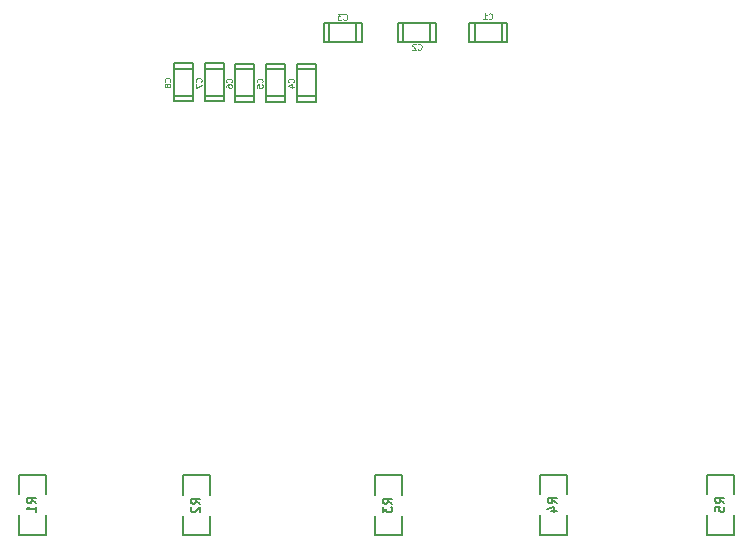
<source format=gbo>
G04 (created by PCBNEW (2013-07-07 BZR 4022)-stable) date 03/03/2017 9:59:17 AM*
%MOIN*%
G04 Gerber Fmt 3.4, Leading zero omitted, Abs format*
%FSLAX34Y34*%
G01*
G70*
G90*
G04 APERTURE LIST*
%ADD10C,0.00590551*%
%ADD11C,0.005*%
%ADD12C,0.0047*%
G04 APERTURE END LIST*
G54D10*
G54D11*
X89353Y-59984D02*
X90253Y-59984D01*
X90253Y-59984D02*
X90253Y-60634D01*
X89353Y-61334D02*
X89353Y-61984D01*
X89353Y-61984D02*
X90253Y-61984D01*
X90253Y-61984D02*
X90253Y-61334D01*
X89353Y-60634D02*
X89353Y-59984D01*
X83762Y-59984D02*
X84662Y-59984D01*
X84662Y-59984D02*
X84662Y-60634D01*
X83762Y-61334D02*
X83762Y-61984D01*
X83762Y-61984D02*
X84662Y-61984D01*
X84662Y-61984D02*
X84662Y-61334D01*
X83762Y-60634D02*
X83762Y-59984D01*
X78270Y-60003D02*
X79170Y-60003D01*
X79170Y-60003D02*
X79170Y-60653D01*
X78270Y-61353D02*
X78270Y-62003D01*
X78270Y-62003D02*
X79170Y-62003D01*
X79170Y-62003D02*
X79170Y-61353D01*
X78270Y-60653D02*
X78270Y-60003D01*
X71872Y-60003D02*
X72772Y-60003D01*
X72772Y-60003D02*
X72772Y-60653D01*
X71872Y-61353D02*
X71872Y-62003D01*
X71872Y-62003D02*
X72772Y-62003D01*
X72772Y-62003D02*
X72772Y-61353D01*
X71872Y-60653D02*
X71872Y-60003D01*
X66400Y-59984D02*
X67300Y-59984D01*
X67300Y-59984D02*
X67300Y-60634D01*
X66400Y-61334D02*
X66400Y-61984D01*
X66400Y-61984D02*
X67300Y-61984D01*
X67300Y-61984D02*
X67300Y-61334D01*
X66400Y-60634D02*
X66400Y-59984D01*
X81597Y-45556D02*
X81597Y-44916D01*
X82497Y-44916D02*
X82497Y-45556D01*
X82677Y-44916D02*
X82677Y-45556D01*
X82677Y-45556D02*
X81417Y-45556D01*
X81417Y-45556D02*
X81417Y-44916D01*
X81417Y-44916D02*
X82677Y-44916D01*
X80115Y-44916D02*
X80115Y-45556D01*
X79215Y-45556D02*
X79215Y-44916D01*
X79035Y-45556D02*
X79035Y-44916D01*
X79035Y-44916D02*
X80295Y-44916D01*
X80295Y-44916D02*
X80295Y-45556D01*
X80295Y-45556D02*
X79035Y-45556D01*
X76754Y-45575D02*
X76754Y-44935D01*
X77654Y-44935D02*
X77654Y-45575D01*
X77834Y-44935D02*
X77834Y-45575D01*
X77834Y-45575D02*
X76574Y-45575D01*
X76574Y-45575D02*
X76574Y-44935D01*
X76574Y-44935D02*
X77834Y-44935D01*
X76323Y-47379D02*
X75683Y-47379D01*
X75683Y-46479D02*
X76323Y-46479D01*
X75683Y-46299D02*
X76323Y-46299D01*
X76323Y-46299D02*
X76323Y-47559D01*
X76323Y-47559D02*
X75683Y-47559D01*
X75683Y-47559D02*
X75683Y-46299D01*
X75280Y-47379D02*
X74640Y-47379D01*
X74640Y-46479D02*
X75280Y-46479D01*
X74640Y-46299D02*
X75280Y-46299D01*
X75280Y-46299D02*
X75280Y-47559D01*
X75280Y-47559D02*
X74640Y-47559D01*
X74640Y-47559D02*
X74640Y-46299D01*
X74257Y-47379D02*
X73617Y-47379D01*
X73617Y-46479D02*
X74257Y-46479D01*
X73617Y-46299D02*
X74257Y-46299D01*
X74257Y-46299D02*
X74257Y-47559D01*
X74257Y-47559D02*
X73617Y-47559D01*
X73617Y-47559D02*
X73617Y-46299D01*
X73253Y-47359D02*
X72613Y-47359D01*
X72613Y-46459D02*
X73253Y-46459D01*
X72613Y-46279D02*
X73253Y-46279D01*
X73253Y-46279D02*
X73253Y-47539D01*
X73253Y-47539D02*
X72613Y-47539D01*
X72613Y-47539D02*
X72613Y-46279D01*
X72209Y-47359D02*
X71569Y-47359D01*
X71569Y-46459D02*
X72209Y-46459D01*
X71569Y-46279D02*
X72209Y-46279D01*
X72209Y-46279D02*
X72209Y-47539D01*
X72209Y-47539D02*
X71569Y-47539D01*
X71569Y-47539D02*
X71569Y-46279D01*
X89924Y-60934D02*
X89781Y-60834D01*
X89924Y-60762D02*
X89624Y-60762D01*
X89624Y-60877D01*
X89638Y-60905D01*
X89653Y-60919D01*
X89681Y-60934D01*
X89724Y-60934D01*
X89753Y-60919D01*
X89767Y-60905D01*
X89781Y-60877D01*
X89781Y-60762D01*
X89624Y-61205D02*
X89624Y-61062D01*
X89767Y-61048D01*
X89753Y-61062D01*
X89738Y-61091D01*
X89738Y-61162D01*
X89753Y-61191D01*
X89767Y-61205D01*
X89796Y-61219D01*
X89867Y-61219D01*
X89896Y-61205D01*
X89910Y-61191D01*
X89924Y-61162D01*
X89924Y-61091D01*
X89910Y-61062D01*
X89896Y-61048D01*
X84334Y-60934D02*
X84191Y-60834D01*
X84334Y-60762D02*
X84034Y-60762D01*
X84034Y-60877D01*
X84048Y-60905D01*
X84062Y-60919D01*
X84091Y-60934D01*
X84134Y-60934D01*
X84162Y-60919D01*
X84176Y-60905D01*
X84191Y-60877D01*
X84191Y-60762D01*
X84134Y-61191D02*
X84334Y-61191D01*
X84019Y-61119D02*
X84234Y-61048D01*
X84234Y-61234D01*
X78841Y-60953D02*
X78699Y-60853D01*
X78841Y-60782D02*
X78541Y-60782D01*
X78541Y-60896D01*
X78556Y-60925D01*
X78570Y-60939D01*
X78599Y-60953D01*
X78641Y-60953D01*
X78670Y-60939D01*
X78684Y-60925D01*
X78699Y-60896D01*
X78699Y-60782D01*
X78541Y-61053D02*
X78541Y-61239D01*
X78656Y-61139D01*
X78656Y-61182D01*
X78670Y-61211D01*
X78684Y-61225D01*
X78713Y-61239D01*
X78784Y-61239D01*
X78813Y-61225D01*
X78827Y-61211D01*
X78841Y-61182D01*
X78841Y-61096D01*
X78827Y-61068D01*
X78813Y-61053D01*
X72444Y-60953D02*
X72301Y-60853D01*
X72444Y-60782D02*
X72144Y-60782D01*
X72144Y-60896D01*
X72158Y-60925D01*
X72172Y-60939D01*
X72201Y-60953D01*
X72244Y-60953D01*
X72272Y-60939D01*
X72287Y-60925D01*
X72301Y-60896D01*
X72301Y-60782D01*
X72172Y-61068D02*
X72158Y-61082D01*
X72144Y-61111D01*
X72144Y-61182D01*
X72158Y-61211D01*
X72172Y-61225D01*
X72201Y-61239D01*
X72229Y-61239D01*
X72272Y-61225D01*
X72444Y-61053D01*
X72444Y-61239D01*
X66971Y-60934D02*
X66828Y-60834D01*
X66971Y-60762D02*
X66671Y-60762D01*
X66671Y-60877D01*
X66686Y-60905D01*
X66700Y-60919D01*
X66728Y-60934D01*
X66771Y-60934D01*
X66800Y-60919D01*
X66814Y-60905D01*
X66828Y-60877D01*
X66828Y-60762D01*
X66971Y-61219D02*
X66971Y-61048D01*
X66971Y-61134D02*
X66671Y-61134D01*
X66714Y-61105D01*
X66743Y-61077D01*
X66757Y-61048D01*
G54D12*
X82070Y-44787D02*
X82079Y-44796D01*
X82107Y-44805D01*
X82126Y-44805D01*
X82154Y-44796D01*
X82173Y-44777D01*
X82182Y-44759D01*
X82192Y-44721D01*
X82192Y-44693D01*
X82182Y-44655D01*
X82173Y-44637D01*
X82154Y-44618D01*
X82126Y-44608D01*
X82107Y-44608D01*
X82079Y-44618D01*
X82070Y-44627D01*
X81882Y-44805D02*
X81995Y-44805D01*
X81938Y-44805D02*
X81938Y-44608D01*
X81957Y-44637D01*
X81976Y-44655D01*
X81995Y-44665D01*
X79708Y-45807D02*
X79717Y-45816D01*
X79745Y-45825D01*
X79764Y-45825D01*
X79792Y-45816D01*
X79811Y-45797D01*
X79820Y-45779D01*
X79830Y-45741D01*
X79830Y-45713D01*
X79820Y-45675D01*
X79811Y-45657D01*
X79792Y-45638D01*
X79764Y-45628D01*
X79745Y-45628D01*
X79717Y-45638D01*
X79708Y-45647D01*
X79633Y-45647D02*
X79623Y-45638D01*
X79604Y-45628D01*
X79558Y-45628D01*
X79539Y-45638D01*
X79529Y-45647D01*
X79520Y-45666D01*
X79520Y-45685D01*
X79529Y-45713D01*
X79642Y-45825D01*
X79520Y-45825D01*
X77227Y-44806D02*
X77236Y-44816D01*
X77265Y-44825D01*
X77283Y-44825D01*
X77311Y-44816D01*
X77330Y-44797D01*
X77340Y-44778D01*
X77349Y-44741D01*
X77349Y-44713D01*
X77340Y-44675D01*
X77330Y-44656D01*
X77311Y-44638D01*
X77283Y-44628D01*
X77265Y-44628D01*
X77236Y-44638D01*
X77227Y-44647D01*
X77161Y-44628D02*
X77039Y-44628D01*
X77105Y-44703D01*
X77077Y-44703D01*
X77058Y-44713D01*
X77049Y-44722D01*
X77039Y-44741D01*
X77039Y-44788D01*
X77049Y-44806D01*
X77058Y-44816D01*
X77077Y-44825D01*
X77133Y-44825D01*
X77152Y-44816D01*
X77161Y-44806D01*
X75554Y-46906D02*
X75564Y-46896D01*
X75573Y-46868D01*
X75573Y-46850D01*
X75564Y-46821D01*
X75545Y-46803D01*
X75526Y-46793D01*
X75489Y-46784D01*
X75461Y-46784D01*
X75423Y-46793D01*
X75404Y-46803D01*
X75386Y-46821D01*
X75376Y-46850D01*
X75376Y-46868D01*
X75386Y-46896D01*
X75395Y-46906D01*
X75442Y-47075D02*
X75573Y-47075D01*
X75367Y-47028D02*
X75508Y-46981D01*
X75508Y-47103D01*
X74511Y-46906D02*
X74520Y-46896D01*
X74530Y-46868D01*
X74530Y-46850D01*
X74520Y-46821D01*
X74502Y-46803D01*
X74483Y-46793D01*
X74445Y-46784D01*
X74417Y-46784D01*
X74380Y-46793D01*
X74361Y-46803D01*
X74342Y-46821D01*
X74333Y-46850D01*
X74333Y-46868D01*
X74342Y-46896D01*
X74352Y-46906D01*
X74333Y-47084D02*
X74333Y-46990D01*
X74427Y-46981D01*
X74417Y-46990D01*
X74408Y-47009D01*
X74408Y-47056D01*
X74417Y-47075D01*
X74427Y-47084D01*
X74445Y-47093D01*
X74492Y-47093D01*
X74511Y-47084D01*
X74520Y-47075D01*
X74530Y-47056D01*
X74530Y-47009D01*
X74520Y-46990D01*
X74511Y-46981D01*
X73487Y-46906D02*
X73497Y-46896D01*
X73506Y-46868D01*
X73506Y-46850D01*
X73497Y-46821D01*
X73478Y-46803D01*
X73459Y-46793D01*
X73422Y-46784D01*
X73394Y-46784D01*
X73356Y-46793D01*
X73337Y-46803D01*
X73319Y-46821D01*
X73309Y-46850D01*
X73309Y-46868D01*
X73319Y-46896D01*
X73328Y-46906D01*
X73309Y-47075D02*
X73309Y-47037D01*
X73319Y-47018D01*
X73328Y-47009D01*
X73356Y-46990D01*
X73394Y-46981D01*
X73469Y-46981D01*
X73487Y-46990D01*
X73497Y-47000D01*
X73506Y-47018D01*
X73506Y-47056D01*
X73497Y-47075D01*
X73487Y-47084D01*
X73469Y-47093D01*
X73422Y-47093D01*
X73403Y-47084D01*
X73394Y-47075D01*
X73384Y-47056D01*
X73384Y-47018D01*
X73394Y-47000D01*
X73403Y-46990D01*
X73422Y-46981D01*
X72484Y-46886D02*
X72493Y-46877D01*
X72502Y-46849D01*
X72502Y-46830D01*
X72493Y-46802D01*
X72474Y-46783D01*
X72455Y-46774D01*
X72418Y-46764D01*
X72390Y-46764D01*
X72352Y-46774D01*
X72333Y-46783D01*
X72315Y-46802D01*
X72305Y-46830D01*
X72305Y-46849D01*
X72315Y-46877D01*
X72324Y-46886D01*
X72305Y-46952D02*
X72305Y-47083D01*
X72502Y-46999D01*
X71440Y-46886D02*
X71450Y-46877D01*
X71459Y-46849D01*
X71459Y-46830D01*
X71450Y-46802D01*
X71431Y-46783D01*
X71412Y-46774D01*
X71375Y-46764D01*
X71346Y-46764D01*
X71309Y-46774D01*
X71290Y-46783D01*
X71271Y-46802D01*
X71262Y-46830D01*
X71262Y-46849D01*
X71271Y-46877D01*
X71281Y-46886D01*
X71346Y-46999D02*
X71337Y-46980D01*
X71328Y-46971D01*
X71309Y-46961D01*
X71300Y-46961D01*
X71281Y-46971D01*
X71271Y-46980D01*
X71262Y-46999D01*
X71262Y-47036D01*
X71271Y-47055D01*
X71281Y-47064D01*
X71300Y-47074D01*
X71309Y-47074D01*
X71328Y-47064D01*
X71337Y-47055D01*
X71346Y-47036D01*
X71346Y-46999D01*
X71356Y-46980D01*
X71365Y-46971D01*
X71384Y-46961D01*
X71421Y-46961D01*
X71440Y-46971D01*
X71450Y-46980D01*
X71459Y-46999D01*
X71459Y-47036D01*
X71450Y-47055D01*
X71440Y-47064D01*
X71421Y-47074D01*
X71384Y-47074D01*
X71365Y-47064D01*
X71356Y-47055D01*
X71346Y-47036D01*
M02*

</source>
